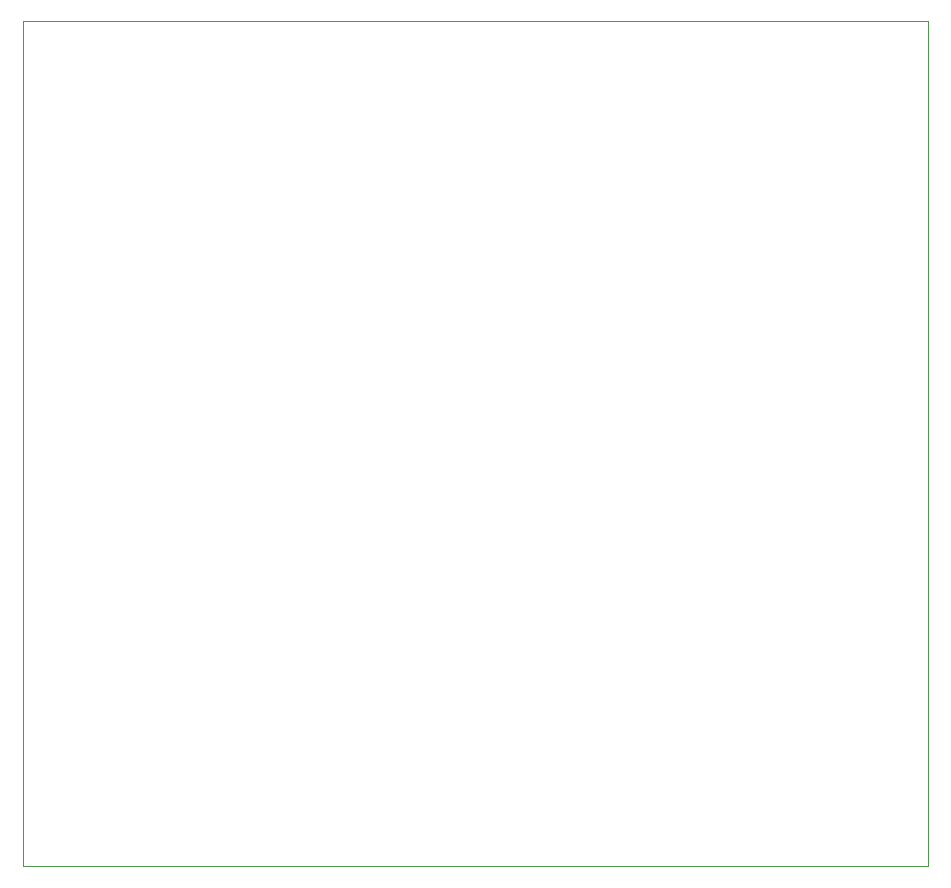
<source format=gko>
G04*
G04 #@! TF.GenerationSoftware,Altium Limited,Altium Designer,20.0.10 (225)*
G04*
G04 Layer_Color=16711935*
%FSLAX25Y25*%
%MOIN*%
G70*
G01*
G75*
%ADD14C,0.00394*%
D14*
X301586Y281716D02*
X301586Y0D01*
X-0Y281716D02*
X301586D01*
X0Y0D02*
X23113D01*
X301586Y0D01*
X-0Y281716D02*
X0Y0D01*
M02*

</source>
